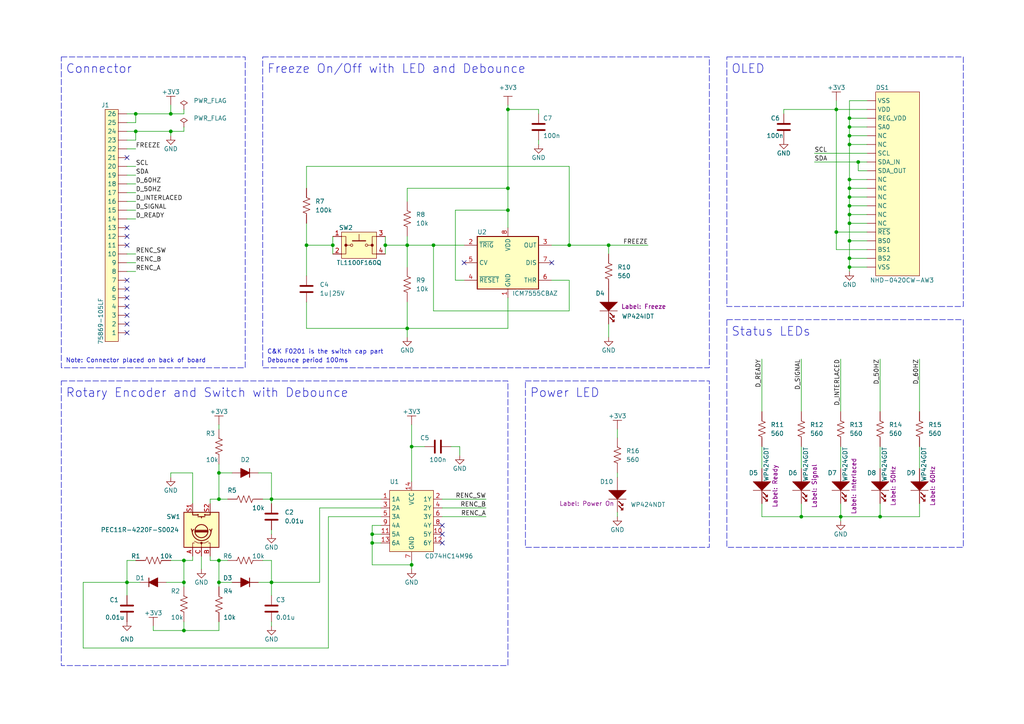
<source format=kicad_sch>
(kicad_sch (version 20230121) (generator eeschema)
  (paper "A4")
  (title_block (title "Time Base Corrector and Video Scaler - User Interface") (date "2024-01-25") (rev "1") (company "Wavelet Engineering Pty Ltd (ACN 159 717 665)") (comment 1 "https://github.com/philmcm/tbc-ui") (comment 3 "Enhancements © 2024 Phil McMillan") (comment 4 "Original TBC circuit design © 2001 Marcus Gunnarsson"))
  (lib_symbols
    (symbol "tbc:+3V3" (power) (pin_numbers hide) (pin_names (offset 1.016) hide)
      (property "Value" "+3V3" (at 0 3.81 0))
      (symbol "+3V3_0_1"
        (polyline (pts (xy -1.27 2.54) (xy 1.27 2.54)))
        (polyline (pts (xy 0 0) (xy 0 2.54)))
      )
      (symbol "+3V3_1_1"
        (pin power_in line (at 0 0 90) (length 0) hide (name "+3V3") (number "1"))
      )
    )
    (symbol "tbc:1N4148WS" (pin_numbers hide) (pin_names (offset 1.016) hide)
      (property "Reference" "D" (at -2.54 2.54 0))
      (symbol "1N4148WS_0_1"
        (polyline (pts (xy -1.27 1.27) (xy -1.27 -1.27)) (stroke (width 0.254)))
        (polyline (pts (xy 1.27 0) (xy -1.27 0)))
      )
      (symbol "1N4148WS_1_1"
        (polyline (pts (xy 1.27 1.27) (xy 1.27 -1.27) (xy -1.27 0) (xy 1.27 1.27)) (stroke (width 0.254)) (fill (type outline)))
        (pin passive line (at -3.81 0 0) (length 2.54) (name "K") (number "1"))
        (pin passive line (at 3.81 0 180) (length 2.54) (name "A") (number "2"))
      )
    )
    (symbol "tbc:75869-105LF" (pin_numbers hide)
      (property "Reference" "J" (at -2.54 30.48 0))
      (property "Value" "75869-105LF" (at -2.54 30.48 0))
      (symbol "75869-105LF_0_0"
        (pin passive line (at -2.54 30.48 0) (length 2.54) (name "1") (number "1"))
        (pin passive line (at -2.54 7.62 0) (length 2.54) (name "10") (number "10"))
        (pin passive line (at -2.54 5.08 0) (length 2.54) (name "11") (number "11"))
        (pin passive line (at -2.54 2.54 0) (length 2.54) (name "12") (number "12"))
        (pin passive line (at -2.54 0 0) (length 2.54) (name "13") (number "13"))
        (pin passive line (at -2.54 -2.54 0) (length 2.54) (name "14") (number "14"))
        (pin passive line (at -2.54 -5.08 0) (length 2.54) (name "15") (number "15"))
        (pin passive line (at -2.54 -7.62 0) (length 2.54) (name "16") (number "16"))
        (pin passive line (at -2.54 -10.16 0) (length 2.54) (name "17") (number "17"))
        (pin passive line (at -2.54 -12.7 0) (length 2.54) (name "18") (number "18"))
        (pin passive line (at -2.54 -15.24 0) (length 2.54) (name "19") (number "19"))
        (pin passive line (at -2.54 27.94 0) (length 2.54) (name "2") (number "2"))
        (pin passive line (at -2.54 -17.78 0) (length 2.54) (name "20") (number "20"))
        (pin passive line (at -2.54 -20.32 0) (length 2.54) (name "21") (number "21"))
        (pin passive line (at -2.54 -22.86 0) (length 2.54) (name "22") (number "22"))
        (pin passive line (at -2.54 -25.4 0) (length 2.54) (name "23") (number "23"))
        (pin passive line (at -2.54 -27.94 0) (length 2.54) (name "24") (number "24"))
        (pin passive line (at -2.54 -30.48 0) (length 2.54) (name "25") (number "25"))
        (pin passive line (at -2.54 -33.02 0) (length 2.54) (name "26") (number "26"))
        (pin passive line (at -2.54 25.4 0) (length 2.54) (name "3") (number "3"))
        (pin passive line (at -2.54 22.86 0) (length 2.54) (name "4") (number "4"))
        (pin passive line (at -2.54 20.32 0) (length 2.54) (name "5") (number "5"))
        (pin passive line (at -2.54 17.78 0) (length 2.54) (name "6") (number "6"))
        (pin passive line (at -2.54 15.24 0) (length 2.54) (name "7") (number "7"))
        (pin passive line (at -2.54 12.7 0) (length 2.54) (name "8") (number "8"))
        (pin passive line (at -2.54 10.16 0) (length 2.54) (name "9") (number "9"))
      )
      (symbol "75869-105LF_1_1"
        (rectangle (start 0 33.02) (end 3.81 -34.29) (fill (type background)))
      )
    )
    (symbol "tbc:CD74HC14M96"
      (property "Reference" "U" (at -6.35 8.89 0))
      (property "Value" "CD74HC14M96" (at 11.43 -11.43 0))
      (symbol "CD74HC14M96_0_0"
        (pin input line (at -8.89 5.08 0) (length 2.54) (name "1A") (number "1"))
        (pin output line (at 8.89 -5.08 180) (length 2.54) (name "5Y") (number "10"))
        (pin input line (at -8.89 -5.08 0) (length 2.54) (name "5A") (number "11"))
        (pin output line (at 8.89 -7.62 180) (length 2.54) (name "6Y") (number "12"))
        (pin input line (at -8.89 -7.62 0) (length 2.54) (name "6A") (number "13"))
        (pin power_in line (at 0 10.16 270) (length 2.54) (name "VCC") (number "14"))
        (pin output line (at 8.89 5.08 180) (length 2.54) (name "1Y") (number "2"))
        (pin input line (at -8.89 2.54 0) (length 2.54) (name "2A") (number "3"))
        (pin output line (at 8.89 2.54 180) (length 2.54) (name "2Y") (number "4"))
        (pin input line (at -8.89 0 0) (length 2.54) (name "3A") (number "5"))
        (pin output line (at 8.89 0 180) (length 2.54) (name "3Y") (number "6"))
        (pin power_in line (at 0 -12.7 90) (length 2.54) (name "GND") (number "7"))
        (pin output line (at 8.89 -2.54 180) (length 2.54) (name "4Y") (number "8"))
        (pin input line (at -8.89 -2.54 0) (length 2.54) (name "4A") (number "9"))
      )
      (symbol "CD74HC14M96_1_1"
        (rectangle (start -6.35 7.62) (end 6.35 -10.16) (fill (type background)))
      )
    )
    (symbol "tbc:GCJ188R71E105KA01D" (pin_numbers hide) (pin_names (offset 1.016))
      (property "Reference" "C" (at 0 3.81 0))
      (property "Value" "1u|25V" (at 0 -3.81 0))
      (symbol "GCJ188R71E105KA01D_0_1"
        (rectangle (start -0.889 1.778) (end -0.889 -1.778) (stroke (width 0.508)))
        (rectangle (start 0.889 1.778) (end 0.889 -1.778) (stroke (width 0.508)))
      )
      (symbol "GCJ188R71E105KA01D_1_1"
        (pin passive line (at -3.81 0 0) (length 2.794) (name "~") (number "1"))
        (pin passive line (at 3.81 0 180) (length 2.794) (name "~") (number "2"))
      )
    )
    (symbol "tbc:GCJ188R71H104KA12D" (pin_numbers hide) (pin_names (offset 1.016))
      (property "Reference" "C" (at 0 3.81 0))
      (property "Value" "100n" (at 0 -3.81 0))
      (symbol "GCJ188R71H104KA12D_0_1"
        (rectangle (start -0.889 1.778) (end -0.889 -1.778) (stroke (width 0.508)))
        (rectangle (start 0.889 1.778) (end 0.889 -1.778) (stroke (width 0.508)))
      )
      (symbol "GCJ188R71H104KA12D_1_1"
        (pin passive line (at -3.81 0 0) (length 2.794) (name "~") (number "1"))
        (pin passive line (at 3.81 0 180) (length 2.794) (name "~") (number "2"))
      )
    )
    (symbol "tbc:GCM188R71H103KA37J" (pin_numbers hide) (pin_names (offset 1.016))
      (property "Reference" "C" (at 0 3.81 0))
      (property "Value" "0.01u" (at 0 -3.81 0))
      (symbol "GCM188R71H103KA37J_0_1"
        (rectangle (start -0.889 1.778) (end -0.889 -1.778) (stroke (width 0.508)))
        (rectangle (start 0.889 1.778) (end 0.889 -1.778) (stroke (width 0.508)))
      )
      (symbol "GCM188R71H103KA37J_1_1"
        (pin passive line (at -3.81 0 0) (length 2.794) (name "~") (number "1"))
        (pin passive line (at 3.81 0 180) (length 2.794) (name "~") (number "2"))
      )
    )
    (symbol "tbc:GND" (power) (pin_numbers hide) (pin_names (offset 0) hide)
      (property "Value" "GND" (at 0 -3.81 0))
      (symbol "GND_0_1"
        (polyline (pts (xy 0 0) (xy 0 -1.27) (xy 1.27 -1.27) (xy 0 -2.54) (xy -1.27 -1.27) (xy 0 -1.27)))
      )
      (symbol "GND_1_1"
        (pin power_in line (at 0 0 270) (length 0) hide (name "GND") (number "1"))
      )
    )
    (symbol "tbc:ICM7555CBAZ"
      (property "Reference" "U" (at -10.16 8.89 0))
      (property "Value" "ICM7555CBAZ" (at 2.54 8.89 0))
      (symbol "ICM7555CBAZ_0_0"
        (pin power_in line (at 0 -10.16 90) (length 2.54) (name "GND") (number "1"))
        (pin power_in line (at 0 10.16 270) (length 2.54) (name "VDD") (number "8"))
      )
      (symbol "ICM7555CBAZ_0_1"
        (rectangle (start -8.89 -7.62) (end 8.89 7.62) (stroke (width 0.254)) (fill (type background)))
        (rectangle (start -8.89 -7.62) (end 8.89 7.62) (stroke (width 0.254)) (fill (type background)))
      )
      (symbol "ICM7555CBAZ_1_1"
        (pin input line (at -12.7 5.08 0) (length 3.81) (name "~{TRIG}") (number "2"))
        (pin output line (at 12.7 5.08 180) (length 3.81) (name "OUT") (number "3"))
        (pin input line (at -12.7 -5.08 0) (length 3.81) (name "~{RESET}") (number "4"))
        (pin input line (at -12.7 0 0) (length 3.81) (name "CV") (number "5"))
        (pin input line (at 12.7 -5.08 180) (length 3.81) (name "THR") (number "6"))
        (pin input line (at 12.7 0 180) (length 3.81) (name "DIS") (number "7"))
      )
    )
    (symbol "tbc:NHD-0420CW-AW3" (pin_numbers hide)
      (property "Reference" "DS" (at -5.08 27.94 0))
      (property "Value" "NHD-0420CW-AW3" (at 0 -27.94 0))
      (symbol "NHD-0420CW-AW3_1_1"
        (rectangle (start -6.35 26.67) (end 6.35 -26.67) (fill (type background)))
        (text private "Pins set up for I2C and parallel mode only.\nIn future, can create alternative pin definitions for SPI." (at 0 31.75 0) (effects (font (size 1.27 1.27))))
        (pin power_in line (at -8.89 24.13 0) (length 2.54) (name "VSS") (number "1"))
        (pin bidirectional line (at -8.89 1.27 0) (length 2.54) (name "DB3") (number "10") (alternate "NC" input line))
        (pin bidirectional line (at -8.89 -1.27 0) (length 2.54) (name "DB4") (number "11") (alternate "NC" input line))
        (pin bidirectional line (at -8.89 -3.81 0) (length 2.54) (name "DB5") (number "12") (alternate "NC" input line))
        (pin bidirectional line (at -8.89 -6.35 0) (length 2.54) (name "DB6") (number "13") (alternate "NC" input line))
        (pin bidirectional line (at -8.89 -8.89 0) (length 2.54) (name "DB7") (number "14") (alternate "NC" input line))
        (pin input line (at -8.89 -11.43 0) (length 2.54) (name "~{CS}") (number "15") (alternate "NC" input line))
        (pin input line (at -8.89 -13.97 0) (length 2.54) (name "~{RES}") (number "16"))
        (pin input line (at -8.89 -16.51 0) (length 2.54) (name "BS0") (number "17"))
        (pin input line (at -8.89 -19.05 0) (length 2.54) (name "BS1") (number "18"))
        (pin input line (at -8.89 -21.59 0) (length 2.54) (name "BS2") (number "19"))
        (pin power_in line (at -8.89 21.59 0) (length 2.54) (name "VDD") (number "2"))
        (pin power_in line (at -8.89 -24.13 0) (length 2.54) (name "VSS") (number "20"))
        (pin power_in line (at -8.89 19.05 0) (length 2.54) (name "REG_VDD") (number "3"))
        (pin input line (at -8.89 16.51 0) (length 2.54) (name "D_C") (number "4") (alternate "SA0" input line))
        (pin input line (at -8.89 13.97 0) (length 2.54) (name "R_W") (number "5") (alternate "NC" input line))
        (pin input line (at -8.89 11.43 0) (length 2.54) (name "E") (number "6") (alternate "NC" input line))
        (pin bidirectional line (at -8.89 8.89 0) (length 2.54) (name "DB0") (number "7") (alternate "SCL" input line))
        (pin bidirectional line (at -8.89 6.35 0) (length 2.54) (name "DB1") (number "8") (alternate "SDA_IN" input line))
        (pin bidirectional line (at -8.89 3.81 0) (length 2.54) (name "DB2") (number "9") (alternate "SDA_OUT" output line))
      )
    )
    (symbol "tbc:PEC11R-4220F-S0024" (pin_names hide)
      (property "Reference" "SW" (at -3.81 6.35 0))
      (property "Value" "PEC11R-4220F-S0024" (at 0 -7.62 0))
      (symbol "PEC11R-4220F-S0024_0_1"
        (rectangle (start -5.08 5.08) (end 5.08 -5.08) (stroke (width 0.254)) (fill (type background)))
        (circle (center -3.81 0) (radius 0.254) (fill (type outline)))
        (circle (center -0.381 0) (radius 1.905) (stroke (width 0.254)))
        (arc (start -0.381 2.667) (mid -3.0988 -0.0635) (end -0.381 -2.794) (stroke (width 0.254)))
        (polyline (pts (xy -0.635 -1.778) (xy -0.635 1.778)) (stroke (width 0.254)))
        (polyline (pts (xy -0.381 -1.778) (xy -0.381 1.778)) (stroke (width 0.254)))
        (polyline (pts (xy -0.127 1.778) (xy -0.127 -1.778)) (stroke (width 0.254)))
        (polyline (pts (xy 3.81 0) (xy 3.429 0)) (stroke (width 0.254)))
        (polyline (pts (xy 3.81 1.016) (xy 3.81 -1.016)) (stroke (width 0.254)))
        (polyline (pts (xy -5.08 -2.54) (xy -3.81 -2.54) (xy -3.81 -2.032)))
        (polyline (pts (xy -5.08 2.54) (xy -3.81 2.54) (xy -3.81 2.032)))
        (polyline (pts (xy 0.254 -3.048) (xy -0.508 -2.794) (xy 0.127 -2.413)) (stroke (width 0.254)))
        (polyline (pts (xy 0.254 2.921) (xy -0.508 2.667) (xy 0.127 2.286)) (stroke (width 0.254)))
        (polyline (pts (xy 5.08 -2.54) (xy 4.318 -2.54) (xy 4.318 -1.016)) (stroke (width 0.254)))
        (polyline (pts (xy 5.08 2.54) (xy 4.318 2.54) (xy 4.318 1.016)) (stroke (width 0.254)))
        (polyline (pts (xy -5.08 0) (xy -3.81 0) (xy -3.81 -1.016) (xy -3.302 -2.032)))
        (polyline (pts (xy -4.318 0) (xy -3.81 0) (xy -3.81 1.016) (xy -3.302 2.032)))
        (circle (center 4.318 -1.016) (radius 0.127) (stroke (width 0.254)))
        (circle (center 4.318 1.016) (radius 0.127) (stroke (width 0.254)))
      )
      (symbol "PEC11R-4220F-S0024_1_1"
        (pin passive line (at -7.62 2.54 0) (length 2.54) (name "A") (number "A"))
        (pin passive line (at -7.62 -2.54 0) (length 2.54) (name "B") (number "B"))
        (pin passive line (at -7.62 0 0) (length 2.54) (name "C") (number "C"))
        (pin passive line (at 7.62 2.54 180) (length 2.54) (name "S1") (number "S1"))
        (pin passive line (at 7.62 -2.54 180) (length 2.54) (name "S2") (number "S2"))
      )
    )
    (symbol "tbc:PWR_FLAG" (power) (pin_numbers hide) (pin_names (offset 0) hide)
      (property "Value" "PWR_FLAG" (at 0 3.81 0))
      (symbol "PWR_FLAG_0_0"
        (pin power_out line (at 0 0 90) (length 0) (name "pwr") (number "1"))
      )
      (symbol "PWR_FLAG_0_1"
        (polyline (pts (xy 0 0) (xy 0 1.27) (xy -1.016 1.905) (xy 0 2.54) (xy 1.016 1.905) (xy 0 1.27)))
      )
    )
    (symbol "tbc:RC0603FR-07100KL" (pin_numbers hide) (pin_names (offset 1.016))
      (property "Reference" "R" (at 0 -2.54 0))
      (property "Value" "100k" (at 0 2.54 0))
      (symbol "RC0603FR-07100KL_0_1"
        (polyline (pts (xy -2.2225 0) (xy -2.4765 0)))
        (polyline (pts (xy 2.3495 0) (xy 2.6035 0)))
        (polyline (pts (xy -2.2225 0) (xy -1.8415 1.016) (xy -1.4605 0) (xy -1.0795 -1.016) (xy -0.6985 0)))
        (polyline (pts (xy -0.6985 0) (xy -0.3175 1.016) (xy 0.0635 0) (xy 0.4445 -1.016) (xy 0.8255 0)))
        (polyline (pts (xy 0.8255 0) (xy 1.2065 1.016) (xy 1.5875 0) (xy 1.9685 -1.016) (xy 2.3495 0)))
      )
      (symbol "RC0603FR-07100KL_1_1"
        (pin passive line (at -5.08 0 0) (length 2.54) (name "~") (number "1"))
        (pin passive line (at 5.08 0 180) (length 2.54) (name "~") (number "2"))
      )
    )
    (symbol "tbc:RC0603FR-0710KL" (pin_numbers hide) (pin_names (offset 1.016))
      (property "Reference" "R" (at 0 -2.54 0))
      (property "Value" "10k" (at 0 2.54 0))
      (symbol "RC0603FR-0710KL_0_1"
        (polyline (pts (xy -2.2225 0) (xy -2.4765 0)))
        (polyline (pts (xy 2.3495 0) (xy 2.6035 0)))
        (polyline (pts (xy -2.2225 0) (xy -1.8415 1.016) (xy -1.4605 0) (xy -1.0795 -1.016) (xy -0.6985 0)))
        (polyline (pts (xy -0.6985 0) (xy -0.3175 1.016) (xy 0.0635 0) (xy 0.4445 -1.016) (xy 0.8255 0)))
        (polyline (pts (xy 0.8255 0) (xy 1.2065 1.016) (xy 1.5875 0) (xy 1.9685 -1.016) (xy 2.3495 0)))
      )
      (symbol "RC0603FR-0710KL_1_1"
        (pin passive line (at -5.08 0 0) (length 2.54) (name "~") (number "1"))
        (pin passive line (at 5.08 0 180) (length 2.54) (name "~") (number "2"))
      )
    )
    (symbol "tbc:RC0603FR-07560RL" (pin_numbers hide) (pin_names (offset 1.016))
      (property "Reference" "R" (at 0 -2.54 0))
      (property "Value" "560" (at 0 2.54 0))
      (symbol "RC0603FR-07560RL_0_1"
        (polyline (pts (xy -2.2225 0) (xy -2.4765 0)))
        (polyline (pts (xy 2.3495 0) (xy 2.6035 0)))
        (polyline (pts (xy -2.2225 0) (xy -1.8415 1.016) (xy -1.4605 0) (xy -1.0795 -1.016) (xy -0.6985 0)))
        (polyline (pts (xy -0.6985 0) (xy -0.3175 1.016) (xy 0.0635 0) (xy 0.4445 -1.016) (xy 0.8255 0)))
        (polyline (pts (xy 0.8255 0) (xy 1.2065 1.016) (xy 1.5875 0) (xy 1.9685 -1.016) (xy 2.3495 0)))
      )
      (symbol "RC0603FR-07560RL_1_1"
        (pin passive line (at -5.08 0 0) (length 2.54) (name "~") (number "1"))
        (pin passive line (at 5.08 0 180) (length 2.54) (name "~") (number "2"))
      )
    )
    (symbol "tbc:TL1100F160Q" (pin_names (offset 1.016) hide)
      (property "Reference" "SW" (at 0 -5.08 0))
      (property "Value" "TL1100F160Q" (at 0 -10.16 0))
      (symbol "TL1100F160Q_0_1"
        (rectangle (start -5.08 3.81) (end 5.08 -3.81) (fill (type background)))
        (circle (center -3.81 0) (radius 0.3556) (fill (type outline)))
        (circle (center -2.159 0) (radius 0.3556))
        (polyline (pts (xy -3.81 0) (xy -2.54 0)))
        (polyline (pts (xy -1.905 1.27) (xy 1.905 1.27)) (stroke (width 0.3048)))
        (polyline (pts (xy 0 1.27) (xy 0 3.175)))
        (polyline (pts (xy 2.54 0) (xy 3.81 0)))
        (polyline (pts (xy -5.08 2.54) (xy -3.81 2.54) (xy -3.81 -2.54) (xy -5.08 -2.54)))
        (polyline (pts (xy 5.08 2.54) (xy 3.81 2.54) (xy 3.81 -2.54) (xy 5.08 -2.54)))
        (circle (center 2.159 0) (radius 0.3556))
        (circle (center 3.81 0) (radius 0.3556) (fill (type outline)))
      )
      (symbol "TL1100F160Q_1_1"
        (pin passive line (at -7.62 2.54 0) (length 2.54) (name "1") (number "1"))
        (pin passive line (at -7.62 -2.54 0) (length 2.54) (name "2") (number "2"))
        (pin passive line (at 7.62 2.54 180) (length 2.54) (name "3") (number "3"))
        (pin passive line (at 7.62 -2.54 180) (length 2.54) (name "4") (number "4"))
      )
    )
    (symbol "tbc:WP424GDT" (pin_numbers hide) (pin_names (offset 1.016) hide)
      (property "Reference" "D" (at 0 -3.81 0))
      (property "Value" "WP424GDT" (at 0 3.81 0))
      (symbol "WP424GDT_0_1"
        (polyline (pts (xy 0 2.54) (xy 0 -2.54)))
        (polyline (pts (xy 1.651 1.397) (xy 0.635 0.381)) (stroke (width 0.3048)))
        (polyline (pts (xy 2.921 1.397) (xy 1.905 0.381)) (stroke (width 0.3048)))
        (polyline (pts (xy -2.54 2.54) (xy 0 0) (xy -2.54 -2.54) (xy -2.54 2.54)) (fill (type outline)))
        (polyline (pts (xy 1.27 1.651) (xy 1.905 1.651) (xy 1.905 1.016) (xy 1.27 1.651)) (fill (type outline)))
        (polyline (pts (xy 2.54 1.651) (xy 3.175 1.651) (xy 3.175 1.016) (xy 2.54 1.651)) (fill (type outline)))
      )
      (symbol "WP424GDT_1_1"
        (pin passive line (at 3.81 0 180) (length 3.81) (name "Cathode") (number "1"))
        (pin passive line (at -6.35 0 0) (length 3.81) (name "Anode") (number "2"))
      )
    )
    (symbol "tbc:WP424IDT" (pin_numbers hide) (pin_names (offset 1.016) hide)
      (property "Reference" "D" (at 0 -3.81 0))
      (property "Value" "WP424IDT" (at 0 3.81 0))
      (symbol "WP424IDT_0_1"
        (polyline (pts (xy 0 2.54) (xy 0 -2.54)))
        (polyline (pts (xy 1.651 1.397) (xy 0.635 0.381)) (stroke (width 0.3048)))
        (polyline (pts (xy 2.921 1.397) (xy 1.905 0.381)) (stroke (width 0.3048)))
        (polyline (pts (xy -2.54 2.54) (xy 0 0) (xy -2.54 -2.54) (xy -2.54 2.54)) (fill (type outline)))
        (polyline (pts (xy 1.27 1.651) (xy 1.905 1.651) (xy 1.905 1.016) (xy 1.27 1.651)) (fill (type outline)))
        (polyline (pts (xy 2.54 1.651) (xy 3.175 1.651) (xy 3.175 1.016) (xy 2.54 1.651)) (fill (type outline)))
      )
      (symbol "WP424IDT_1_1"
        (pin passive line (at 3.81 0 180) (length 3.81) (name "Cathode") (number "1"))
        (pin passive line (at -6.35 0 0) (length 3.81) (name "Anode") (number "2"))
      )
    )
    (symbol "tbc:WP424NDT" (pin_numbers hide) (pin_names (offset 1.016) hide)
      (property "Reference" "D" (at 0 -3.81 0))
      (property "Value" "WP424NDT" (at 0 3.81 0))
      (symbol "WP424NDT_0_1"
        (polyline (pts (xy 0 2.54) (xy 0 -2.54)))
        (polyline (pts (xy 1.651 1.397) (xy 0.635 0.381)) (stroke (width 0.3048)))
        (polyline (pts (xy 2.921 1.397) (xy 1.905 0.381)) (stroke (width 0.3048)))
        (polyline (pts (xy -2.54 2.54) (xy 0 0) (xy -2.54 -2.54) (xy -2.54 2.54)) (fill (type outline)))
        (polyline (pts (xy 1.27 1.651) (xy 1.905 1.651) (xy 1.905 1.016) (xy 1.27 1.651)) (fill (type outline)))
        (polyline (pts (xy 2.54 1.651) (xy 3.175 1.651) (xy 3.175 1.016) (xy 2.54 1.651)) (fill (type outline)))
      )
      (symbol "WP424NDT_1_1"
        (pin passive line (at 3.81 0 180) (length 3.81) (name "Cathode") (number "1"))
        (pin passive line (at -6.35 0 0) (length 3.81) (name "Anode") (number "2"))
      )
    )
  )
  (junction (at 246.38 57.15))
  (junction (at 246.38 74.93))
  (junction (at 111.76 71.12))
  (junction (at 243.84 149.86))
  (junction (at 78.74 168.91))
  (junction (at 63.5 168.91))
  (junction (at 118.11 71.12))
  (junction (at 147.32 54.61))
  (junction (at 107.95 154.94))
  (junction (at 176.53 71.12))
  (junction (at 246.38 41.91))
  (junction (at 88.9 71.12))
  (junction (at 119.38 129.54))
  (junction (at 242.57 67.31))
  (junction (at 246.38 52.07))
  (junction (at 39.37 38.1))
  (junction (at 147.32 31.75))
  (junction (at 63.5 137.16))
  (junction (at 53.34 182.88))
  (junction (at 53.34 162.56))
  (junction (at 63.5 162.56))
  (junction (at 49.53 33.02))
  (junction (at 242.57 31.75))
  (junction (at 255.27 149.86))
  (junction (at 248.92 46.99))
  (junction (at 96.52 71.12))
  (junction (at 118.11 95.25))
  (junction (at 49.53 38.1))
  (junction (at 36.83 168.91))
  (junction (at 119.38 163.83))
  (junction (at 246.38 36.83))
  (junction (at 246.38 69.85))
  (junction (at 246.38 34.29))
  (junction (at 246.38 59.69))
  (junction (at 125.73 71.12))
  (junction (at 107.95 157.48))
  (junction (at 53.34 168.91))
  (junction (at 165.1 71.12))
  (junction (at 246.38 77.47))
  (junction (at 246.38 39.37))
  (junction (at 232.41 149.86))
  (junction (at 246.38 54.61))
  (junction (at 63.5 144.78))
  (junction (at 246.38 64.77))
  (junction (at 39.37 33.02))
  (junction (at 246.38 62.23))
  (junction (at 78.74 144.78))
  (junction (at 147.32 60.96))
  (no_connect (at 128.27 154.94))
  (no_connect (at 36.83 86.36))
  (no_connect (at 36.83 96.52))
  (no_connect (at 36.83 68.58))
  (no_connect (at 36.83 91.44))
  (no_connect (at 36.83 88.9))
  (no_connect (at 134.62 76.2))
  (no_connect (at 128.27 152.4))
  (no_connect (at 36.83 71.12))
  (no_connect (at 36.83 83.82))
  (no_connect (at 36.83 66.04))
  (no_connect (at 36.83 93.98))
  (no_connect (at 160.02 76.2))
  (no_connect (at 36.83 81.28))
  (no_connect (at 128.27 157.48))
  (no_connect (at 36.83 45.72))
  (wire (pts (xy 128.27 147.32) (xy 140.97 147.32)))
  (wire (pts (xy 246.38 54.61) (xy 251.46 54.61)))
  (wire (pts (xy 39.37 38.1) (xy 39.37 40.64)))
  (wire (pts (xy 63.5 144.78) (xy 66.04 144.78)))
  (wire (pts (xy 242.57 31.75) (xy 242.57 67.31)))
  (wire (pts (xy 118.11 71.12) (xy 125.73 71.12)))
  (wire (pts (xy 49.53 162.56) (xy 53.34 162.56)))
  (wire (pts (xy 44.45 181.61) (xy 44.45 182.88)))
  (wire (pts (xy 236.22 46.99) (xy 248.92 46.99)))
  (wire (pts (xy 53.34 36.83) (xy 53.34 38.1)))
  (wire (pts (xy 243.84 129.54) (xy 243.84 135.89)))
  (wire (pts (xy 246.38 69.85) (xy 251.46 69.85)))
  (wire (pts (xy 246.38 59.69) (xy 251.46 59.69)))
  (wire (pts (xy 49.53 33.02) (xy 49.53 30.48)))
  (wire (pts (xy 246.38 62.23) (xy 251.46 62.23)))
  (wire (pts (xy 266.7 146.05) (xy 266.7 149.86)))
  (wire (pts (xy 110.49 152.4) (xy 107.95 152.4)))
  (wire (pts (xy 232.41 149.86) (xy 243.84 149.86)))
  (wire (pts (xy 39.37 38.1) (xy 49.53 38.1)))
  (wire (pts (xy 246.38 77.47) (xy 251.46 77.47)))
  (wire (pts (xy 176.53 71.12) (xy 187.96 71.12)))
  (wire (pts (xy 246.38 78.74) (xy 246.38 77.47)))
  (wire (pts (xy 255.27 104.14) (xy 255.27 119.38)))
  (wire (pts (xy 53.34 162.56) (xy 53.34 168.91)))
  (wire (pts (xy 128.27 149.86) (xy 140.97 149.86)))
  (wire (pts (xy 49.53 38.1) (xy 53.34 38.1)))
  (wire (pts (xy 53.34 168.91) (xy 53.34 170.18)))
  (wire (pts (xy 243.84 149.86) (xy 255.27 149.86)))
  (wire (pts (xy 251.46 49.53) (xy 248.92 49.53)))
  (wire (pts (xy 107.95 157.48) (xy 110.49 157.48)))
  (wire (pts (xy 156.21 40.64) (xy 156.21 41.91)))
  (wire (pts (xy 147.32 30.48) (xy 147.32 31.75)))
  (wire (pts (xy 36.83 78.74) (xy 39.37 78.74)))
  (wire (pts (xy 55.88 162.56) (xy 55.88 161.29)))
  (wire (pts (xy 220.98 129.54) (xy 220.98 135.89)))
  (wire (pts (xy 156.21 33.02) (xy 156.21 31.75)))
  (wire (pts (xy 78.74 168.91) (xy 78.74 162.56)))
  (wire (pts (xy 60.96 162.56) (xy 60.96 161.29)))
  (wire (pts (xy 36.83 73.66) (xy 39.37 73.66)))
  (wire (pts (xy 39.37 33.02) (xy 49.53 33.02)))
  (wire (pts (xy 248.92 49.53) (xy 248.92 46.99)))
  (wire (pts (xy 147.32 31.75) (xy 147.32 54.61)))
  (wire (pts (xy 246.38 62.23) (xy 246.38 59.69)))
  (wire (pts (xy 78.74 168.91) (xy 78.74 172.72)))
  (wire (pts (xy 232.41 104.14) (xy 232.41 119.38)))
  (wire (pts (xy 232.41 129.54) (xy 232.41 135.89)))
  (wire (pts (xy 246.38 34.29) (xy 246.38 29.21)))
  (wire (pts (xy 118.11 95.25) (xy 118.11 97.79)))
  (wire (pts (xy 118.11 68.58) (xy 118.11 71.12)))
  (wire (pts (xy 58.42 161.29) (xy 58.42 165.1)))
  (wire (pts (xy 165.1 71.12) (xy 176.53 71.12)))
  (wire (pts (xy 165.1 90.17) (xy 125.73 90.17)))
  (wire (pts (xy 266.7 104.14) (xy 266.7 119.38)))
  (wire (pts (xy 39.37 35.56) (xy 39.37 33.02)))
  (wire (pts (xy 246.38 52.07) (xy 251.46 52.07)))
  (wire (pts (xy 111.76 71.12) (xy 111.76 73.66)))
  (wire (pts (xy 24.13 168.91) (xy 24.13 187.96)))
  (wire (pts (xy 147.32 86.36) (xy 147.32 95.25)))
  (wire (pts (xy 266.7 129.54) (xy 266.7 135.89)))
  (wire (pts (xy 88.9 87.63) (xy 88.9 95.25)))
  (wire (pts (xy 95.25 149.86) (xy 110.49 149.86)))
  (wire (pts (xy 78.74 144.78) (xy 78.74 146.05)))
  (wire (pts (xy 74.93 137.16) (xy 78.74 137.16)))
  (wire (pts (xy 165.1 48.26) (xy 88.9 48.26)))
  (wire (pts (xy 63.5 134.62) (xy 63.5 137.16)))
  (wire (pts (xy 76.2 144.78) (xy 78.74 144.78)))
  (wire (pts (xy 243.84 146.05) (xy 243.84 149.86)))
  (wire (pts (xy 255.27 149.86) (xy 266.7 149.86)))
  (wire (pts (xy 246.38 39.37) (xy 246.38 36.83)))
  (wire (pts (xy 179.07 137.16) (xy 179.07 138.43)))
  (wire (pts (xy 92.71 147.32) (xy 110.49 147.32)))
  (wire (pts (xy 160.02 81.28) (xy 165.1 81.28)))
  (wire (pts (xy 133.35 129.54) (xy 133.35 132.08)))
  (wire (pts (xy 246.38 36.83) (xy 246.38 34.29)))
  (wire (pts (xy 119.38 129.54) (xy 123.19 129.54)))
  (wire (pts (xy 63.5 162.56) (xy 63.5 168.91)))
  (wire (pts (xy 36.83 53.34) (xy 39.37 53.34)))
  (wire (pts (xy 255.27 129.54) (xy 255.27 135.89)))
  (wire (pts (xy 179.07 148.59) (xy 179.07 149.86)))
  (wire (pts (xy 246.38 34.29) (xy 251.46 34.29)))
  (wire (pts (xy 128.27 144.78) (xy 140.97 144.78)))
  (wire (pts (xy 118.11 54.61) (xy 147.32 54.61)))
  (wire (pts (xy 147.32 54.61) (xy 147.32 60.96)))
  (wire (pts (xy 246.38 57.15) (xy 246.38 54.61)))
  (wire (pts (xy 246.38 59.69) (xy 246.38 57.15)))
  (wire (pts (xy 147.32 31.75) (xy 156.21 31.75)))
  (wire (pts (xy 246.38 69.85) (xy 246.38 64.77)))
  (wire (pts (xy 39.37 162.56) (xy 36.83 162.56)))
  (wire (pts (xy 107.95 152.4) (xy 107.95 154.94)))
  (wire (pts (xy 147.32 60.96) (xy 147.32 66.04)))
  (wire (pts (xy 76.2 162.56) (xy 78.74 162.56)))
  (wire (pts (xy 246.38 41.91) (xy 246.38 39.37)))
  (wire (pts (xy 36.83 168.91) (xy 36.83 162.56)))
  (wire (pts (xy 220.98 149.86) (xy 232.41 149.86)))
  (wire (pts (xy 96.52 71.12) (xy 88.9 71.12)))
  (wire (pts (xy 40.64 168.91) (xy 36.83 168.91)))
  (wire (pts (xy 88.9 48.26) (xy 88.9 54.61)))
  (wire (pts (xy 118.11 71.12) (xy 118.11 77.47)))
  (wire (pts (xy 53.34 162.56) (xy 55.88 162.56)))
  (wire (pts (xy 78.74 144.78) (xy 110.49 144.78)))
  (wire (pts (xy 132.08 60.96) (xy 132.08 81.28)))
  (wire (pts (xy 36.83 33.02) (xy 39.37 33.02)))
  (wire (pts (xy 24.13 187.96) (xy 95.25 187.96)))
  (wire (pts (xy 63.5 137.16) (xy 67.31 137.16)))
  (wire (pts (xy 63.5 144.78) (xy 60.96 144.78)))
  (wire (pts (xy 220.98 146.05) (xy 220.98 149.86)))
  (wire (pts (xy 246.38 41.91) (xy 246.38 52.07)))
  (wire (pts (xy 36.83 58.42) (xy 39.37 58.42)))
  (wire (pts (xy 232.41 146.05) (xy 232.41 149.86)))
  (wire (pts (xy 60.96 144.78) (xy 60.96 146.05)))
  (wire (pts (xy 107.95 163.83) (xy 119.38 163.83)))
  (wire (pts (xy 74.93 168.91) (xy 78.74 168.91)))
  (wire (pts (xy 227.33 31.75) (xy 227.33 33.02)))
  (wire (pts (xy 107.95 157.48) (xy 107.95 163.83)))
  (wire (pts (xy 107.95 154.94) (xy 107.95 157.48)))
  (wire (pts (xy 95.25 149.86) (xy 95.25 187.96)))
  (wire (pts (xy 88.9 64.77) (xy 88.9 71.12)))
  (wire (pts (xy 111.76 71.12) (xy 118.11 71.12)))
  (wire (pts (xy 242.57 29.21) (xy 242.57 31.75)))
  (wire (pts (xy 63.5 180.34) (xy 63.5 182.88)))
  (wire (pts (xy 88.9 71.12) (xy 88.9 80.01)))
  (wire (pts (xy 125.73 71.12) (xy 134.62 71.12)))
  (wire (pts (xy 49.53 137.16) (xy 49.53 138.43)))
  (wire (pts (xy 63.5 162.56) (xy 66.04 162.56)))
  (wire (pts (xy 246.38 77.47) (xy 246.38 74.93)))
  (wire (pts (xy 246.38 36.83) (xy 251.46 36.83)))
  (wire (pts (xy 220.98 104.14) (xy 220.98 119.38)))
  (wire (pts (xy 39.37 50.8) (xy 36.83 50.8)))
  (wire (pts (xy 246.38 74.93) (xy 251.46 74.93)))
  (wire (pts (xy 118.11 95.25) (xy 147.32 95.25)))
  (wire (pts (xy 36.83 55.88) (xy 39.37 55.88)))
  (wire (pts (xy 246.38 64.77) (xy 251.46 64.77)))
  (wire (pts (xy 246.38 29.21) (xy 251.46 29.21)))
  (wire (pts (xy 246.38 54.61) (xy 246.38 52.07)))
  (wire (pts (xy 242.57 31.75) (xy 251.46 31.75)))
  (wire (pts (xy 78.74 168.91) (xy 92.71 168.91)))
  (wire (pts (xy 63.5 168.91) (xy 67.31 168.91)))
  (wire (pts (xy 49.53 38.1) (xy 49.53 39.37)))
  (wire (pts (xy 36.83 76.2) (xy 39.37 76.2)))
  (wire (pts (xy 132.08 60.96) (xy 147.32 60.96)))
  (wire (pts (xy 36.83 40.64) (xy 39.37 40.64)))
  (wire (pts (xy 251.46 46.99) (xy 248.92 46.99)))
  (wire (pts (xy 130.81 129.54) (xy 133.35 129.54)))
  (wire (pts (xy 39.37 43.18) (xy 36.83 43.18)))
  (wire (pts (xy 111.76 68.58) (xy 111.76 71.12)))
  (wire (pts (xy 78.74 180.34) (xy 78.74 181.61)))
  (wire (pts (xy 227.33 31.75) (xy 242.57 31.75)))
  (wire (pts (xy 179.07 124.46) (xy 179.07 127)))
  (wire (pts (xy 36.83 60.96) (xy 39.37 60.96)))
  (wire (pts (xy 36.83 38.1) (xy 39.37 38.1)))
  (wire (pts (xy 243.84 104.14) (xy 243.84 119.38)))
  (wire (pts (xy 96.52 68.58) (xy 96.52 71.12)))
  (wire (pts (xy 44.45 182.88) (xy 53.34 182.88)))
  (wire (pts (xy 53.34 180.34) (xy 53.34 182.88)))
  (wire (pts (xy 63.5 168.91) (xy 63.5 170.18)))
  (wire (pts (xy 176.53 71.12) (xy 176.53 73.66)))
  (wire (pts (xy 119.38 165.1) (xy 119.38 163.83)))
  (wire (pts (xy 165.1 48.26) (xy 165.1 71.12)))
  (wire (pts (xy 119.38 129.54) (xy 119.38 139.7)))
  (wire (pts (xy 132.08 81.28) (xy 134.62 81.28)))
  (wire (pts (xy 243.84 149.86) (xy 243.84 151.13)))
  (wire (pts (xy 96.52 71.12) (xy 96.52 73.66)))
  (wire (pts (xy 92.71 147.32) (xy 92.71 168.91)))
  (wire (pts (xy 125.73 71.12) (xy 125.73 90.17)))
  (wire (pts (xy 36.83 168.91) (xy 24.13 168.91)))
  (wire (pts (xy 107.95 154.94) (xy 110.49 154.94)))
  (wire (pts (xy 246.38 64.77) (xy 246.38 62.23)))
  (wire (pts (xy 160.02 71.12) (xy 165.1 71.12)))
  (wire (pts (xy 53.34 182.88) (xy 63.5 182.88)))
  (wire (pts (xy 36.83 63.5) (xy 39.37 63.5)))
  (wire (pts (xy 242.57 72.39) (xy 242.57 67.31)))
  (wire (pts (xy 246.38 39.37) (xy 251.46 39.37)))
  (wire (pts (xy 63.5 123.19) (xy 63.5 124.46)))
  (wire (pts (xy 63.5 137.16) (xy 63.5 144.78)))
  (wire (pts (xy 118.11 54.61) (xy 118.11 58.42)))
  (wire (pts (xy 246.38 69.85) (xy 246.38 74.93)))
  (wire (pts (xy 78.74 144.78) (xy 78.74 137.16)))
  (wire (pts (xy 118.11 95.25) (xy 88.9 95.25)))
  (wire (pts (xy 246.38 41.91) (xy 251.46 41.91)))
  (wire (pts (xy 165.1 81.28) (xy 165.1 90.17)))
  (wire (pts (xy 236.22 44.45) (xy 251.46 44.45)))
  (wire (pts (xy 78.74 153.67) (xy 78.74 154.94)))
  (wire (pts (xy 60.96 162.56) (xy 63.5 162.56)))
  (wire (pts (xy 118.11 87.63) (xy 118.11 95.25)))
  (wire (pts (xy 53.34 33.02) (xy 49.53 33.02)))
  (wire (pts (xy 251.46 72.39) (xy 242.57 72.39)))
  (wire (pts (xy 36.83 35.56) (xy 39.37 35.56)))
  (wire (pts (xy 39.37 48.26) (xy 36.83 48.26)))
  (wire (pts (xy 119.38 123.19) (xy 119.38 129.54)))
  (wire (pts (xy 176.53 93.98) (xy 176.53 97.79)))
  (wire (pts (xy 36.83 168.91) (xy 36.83 172.72)))
  (wire (pts (xy 119.38 163.83) (xy 119.38 162.56)))
  (wire (pts (xy 53.34 31.75) (xy 53.34 33.02)))
  (wire (pts (xy 255.27 146.05) (xy 255.27 149.86)))
  (wire (pts (xy 48.26 168.91) (xy 53.34 168.91)))
  (wire (pts (xy 246.38 57.15) (xy 251.46 57.15)))
  (wire (pts (xy 55.88 137.16) (xy 49.53 137.16)))
  (wire (pts (xy 242.57 67.31) (xy 251.46 67.31)))
  (wire (pts (xy 55.88 146.05) (xy 55.88 137.16)))
  (rectangle (start 17.78 16.51) (end 71.12 106.68) (stroke (width 0) (type dash)))
  (rectangle (start 210.82 92.71) (end 279.4 158.75) (stroke (width 0) (type dash)))
  (rectangle (start 76.2 16.51) (end 205.74 106.68) (stroke (width 0) (type dash)))
  (rectangle (start 210.82 16.51) (end 279.4 88.9) (stroke (width 0) (type dash)))
  (rectangle (start 152.4 110.49) (end 205.74 158.75) (stroke (width 0) (type dash)))
  (rectangle (start 17.78 110.49) (end 147.32 193.04) (stroke (width 0) (type dash)))
  (text "Connector" (at 19.05 21.59 0) (effects (font (size 2.54 2.54)) (justify left bottom)))
  (text "OLED" (at 212.09 21.59 0) (effects (font (size 2.54 2.54)) (justify left bottom)))
  (text "Debounce period 100ms" (at 77.47 105.41 0) (effects (font (size 1.27 1.27)) (justify left bottom)))
  (text "Freeze On/Off with LED and Debounce" (at 77.47 21.59 0) (effects (font (size 2.54 2.54)) (justify left bottom)))
  (text "Power LED" (at 153.67 115.57 0) (effects (font (size 2.54 2.54)) (justify left bottom)))
  (text "Status LEDs" (at 212.09 97.79 0) (effects (font (size 2.54 2.54)) (justify left bottom)))
  (text "Rotary Encoder and Switch with Debounce" (at 19.05 115.57 0) (effects (font (size 2.54 2.54)) (justify left bottom)))
  (text "C&K F0201 is the switch cap part" (at 77.47 102.87 0) (effects (font (size 1.27 1.27)) (justify left bottom)))
  (text "Note: Connector placed on back of board" (at 19.05 105.41 0) (effects (font (size 1.27 1.27)) (justify left bottom)))
  (label "SCL" (at 236.22 44.45 0))
  (label "FREEZE" (at 39.37 43.18 0))
  (label "SDA" (at 236.22 46.99 0))
  (label "RENC_A" (at 39.37 78.74 0))
  (label "D_SIGNAL" (at 39.37 60.96 0))
  (label "RENC_SW" (at 140.97 144.78 180))
  (label "SDA" (at 39.37 50.8 0))
  (label "RENC_A" (at 140.97 149.86 180))
  (label "FREEZE" (at 187.96 71.12 180))
  (label "D_INTERLACED" (at 39.37 58.42 0))
  (label "SCL" (at 39.37 48.26 0))
  (label "D_50HZ" (at 255.27 104.14 270))
  (label "D_60HZ" (at 266.7 104.14 270))
  (label "RENC_B" (at 39.37 76.2 0))
  (label "D_INTERLACED" (at 243.84 104.14 270))
  (label "D_SIGNAL" (at 232.41 104.14 270))
  (label "D_50HZ" (at 39.37 55.88 0))
  (label "RENC_B" (at 140.97 147.32 180))
  (label "RENC_SW" (at 39.37 73.66 0))
  (label "D_READY" (at 39.37 63.5 0))
  (label "D_60HZ" (at 39.37 53.34 0))
  (label "D_READY" (at 220.98 104.14 270))
  (symbol (lib_id "tbc:+3V3") (at 119.38 123.19 0) (unit 1)
    (property "Reference" "#PWR018" (effects hide))
    (property "Value" "+3V3" (at 119.38 119.38 0))
  )
  (symbol (lib_id "tbc:RC0603FR-0710KL") (at 53.34 175.26 90) (unit 1)
    (property "Reference" "R2" (at 49.53 171.45 90) (effects (justify right)))
    (property "Value" "10k" (at 49.53 179.07 90) (effects (justify right)))
    (property "Datasheet" "https://www.mouser.com/datasheet/2/447/YAGEO_PYu_RC_Group_51_RoHS_L_12-3313492.pdf" (effects hide))
    (property "Mouser" "603-RC0603FR-0710KL" (effects hide))
  )
  (symbol (lib_id "tbc:GND") (at 156.21 41.91 0) (unit 1)
    (property "Reference" "#PWR09" (effects hide))
    (property "Value" "GND" (at 156.21 45.72 0))
  )
  (symbol (lib_id "tbc:GND") (at 49.53 138.43 0) (unit 1)
    (property "Reference" "#PWR013" (effects hide))
    (property "Value" "GND" (at 49.53 142.24 0))
  )
  (symbol (lib_id "tbc:RC0603FR-07560RL") (at 176.53 78.74 90) (unit 1)
    (property "Reference" "R10" (at 179.07 77.47 90) (effects (justify right)))
    (property "Value" "560" (at 179.07 80.01 90) (effects (justify right)))
    (property "Datasheet" "https://www.mouser.com/datasheet/2/447/YAGEO_PYu_RC_Group_51_RoHS_L_12-3313492.pdf" (effects hide))
    (property "Mouser" "603-RC0603FR-07560RL" (effects hide))
  )
  (symbol (lib_id "tbc:GND") (at 58.42 165.1 0) (unit 1)
    (property "Reference" "#PWR014" (effects hide))
    (property "Value" "GND" (at 58.42 168.91 0))
  )
  (symbol (lib_id "tbc:PEC11R-4220F-S0024") (at 58.42 153.67 90) (unit 1)
    (property "Reference" "SW1" (at 48.26 149.86 90) (effects (justify right)))
    (property "Value" "PEC11R-4220F-S0024" (at 29.21 153.67 90) (effects (justify right)))
    (property "Datasheet" "https://au.mouser.com/datasheet/2/54/PEC11R-777457.pdf" (effects hide))
    (property "Mouser" " 652-PEC11R-4220F-S24" (effects hide))
  )
  (symbol (lib_id "tbc:RC0603FR-07560RL") (at 232.41 124.46 90) (unit 1)
    (property "Reference" "R12" (at 234.95 123.19 90) (effects (justify right)))
    (property "Value" "560" (at 234.95 125.73 90) (effects (justify right)))
    (property "Datasheet" "https://www.mouser.com/datasheet/2/447/YAGEO_PYu_RC_Group_51_RoHS_L_12-3313492.pdf" (effects hide))
    (property "Mouser" "603-RC0603FR-07560RL" (effects hide))
  )
  (symbol (lib_id "tbc:RC0603FR-07560RL") (at 220.98 124.46 90) (unit 1)
    (property "Reference" "R11" (at 223.52 123.19 90) (effects (justify right)))
    (property "Value" "560" (at 223.52 125.73 90) (effects (justify right)))
    (property "Datasheet" "https://www.mouser.com/datasheet/2/447/YAGEO_PYu_RC_Group_51_RoHS_L_12-3313492.pdf" (effects hide))
    (property "Mouser" "603-RC0603FR-07560RL" (effects hide))
  )
  (symbol (lib_id "tbc:GND") (at 49.53 39.37 0) (mirror y) (unit 1)
    (property "Reference" "#PWR02" (effects hide))
    (property "Value" "GND" (at 49.53 43.18 0))
  )
  (symbol (lib_id "tbc:WP424IDT") (at 176.53 90.17 270) (unit 1)
    (property "Reference" "D4" (at 172.72 85.09 90) (effects (justify left)))
    (property "Value" "WP424IDT" (at 180.34 91.7575 90) (effects (justify left)))
    (property "Datasheet" "https://au.mouser.com/datasheet/2/216/WP424IDT-48350.pdf" (effects hide))
    (property "Mouser" " 604-WP424IDT" (effects hide))
    (property "Label" "Freeze" (at 186.69 88.9 90) (show_name))
  )
  (symbol (lib_id "tbc:+3V3") (at 242.57 29.21 0) (unit 1)
    (property "Reference" "#PWR06" (effects hide))
    (property "Value" "+3V3" (at 242.57 25.4 0))
  )
  (symbol (lib_id "tbc:GND") (at 243.84 151.13 0) (unit 1)
    (property "Reference" "#PWR08" (effects hide))
    (property "Value" "GND" (at 243.84 154.94 0))
  )
  (symbol (lib_id "tbc:GND") (at 179.07 149.86 0) (unit 1)
    (property "Reference" "#PWR03" (effects hide))
    (property "Value" "GND" (at 179.07 153.67 0))
  )
  (symbol (lib_id "tbc:+3V3") (at 49.53 30.48 0) (mirror y) (unit 1)
    (property "Reference" "#PWR01" (effects hide))
    (property "Value" "+3V3" (at 49.53 26.67 0))
  )
  (symbol (lib_id "tbc:WP424GDT") (at 232.41 142.24 270) (unit 1)
    (property "Reference" "D6" (at 228.6 137.16 90) (effects (justify left)))
    (property "Value" "WP424GDT" (at 233.68 134.62 0))
    (property "Datasheet" "https://au.mouser.com/datasheet/2/216/WP424GDT-48289.pdf" (effects hide))
    (property "Mouser" "604-WP424GDT " (effects hide))
    (property "Label" "Signal" (at 236.22 140.97 0) (show_name))
  )
  (symbol (lib_id "tbc:WP424NDT") (at 179.07 144.78 270) (unit 1)
    (property "Reference" "D10" (at 173.99 139.7 90) (effects (justify left)))
    (property "Value" "WP424NDT" (at 182.88 146.3675 90) (effects (justify left)))
    (property "Datasheet" "https://au.mouser.com/datasheet/2/216/WP424NDT(Ver.1)-1173687.pdf" (effects hide))
    (property "Mouser" "604-WP424NDT" (effects hide))
    (property "Label" "Power On" (at 170.18 146.05 90) (show_name))
  )
  (symbol (lib_id "tbc:GCJ188R71H104KA12D") (at 156.21 36.83 90) (unit 1)
    (property "Reference" "C7" (at 157.48 34.29 90) (effects (justify right)))
    (property "Value" "100n" (at 160.02 39.37 90))
    (property "Datasheet" "https://au.mouser.com/datasheet/2/281/1/GCJ188R71H104KA12_02B-3140350.pdf" (effects hide))
    (property "Mouser" " 81-GCJ188R71H104KA2D" (effects hide))
  )
  (symbol (lib_id "tbc:RC0603FR-07560RL") (at 243.84 124.46 90) (unit 1)
    (property "Reference" "R13" (at 246.38 123.19 90) (effects (justify right)))
    (property "Value" "560" (at 246.38 125.73 90) (effects (justify right)))
    (property "Datasheet" "https://www.mouser.com/datasheet/2/447/YAGEO_PYu_RC_Group_51_RoHS_L_12-3313492.pdf" (effects hide))
    (property "Mouser" "603-RC0603FR-07560RL" (effects hide))
  )
  (symbol (lib_id "tbc:GND") (at 118.11 97.79 0) (mirror y) (unit 1)
    (property "Reference" "#PWR023" (effects hide))
    (property "Value" "GND" (at 118.11 101.6 0))
  )
  (symbol (lib_id "tbc:PWR_FLAG") (at 53.34 31.75 0) (unit 1)
    (property "Reference" "#FLG01" (effects hide))
    (property "Value" "PWR_FLAG" (at 60.96 29.21 0))
  )
  (symbol (lib_id "tbc:WP424GDT") (at 255.27 142.24 270) (unit 1)
    (property "Reference" "D8" (at 251.46 137.16 90) (effects (justify left)))
    (property "Value" "WP424GDT" (at 256.54 134.62 0))
    (property "Datasheet" "https://au.mouser.com/datasheet/2/216/WP424GDT-48289.pdf" (effects hide))
    (property "Mouser" "604-WP424GDT " (effects hide))
    (property "Label" "50Hz" (at 259.08 140.97 0) (show_name))
  )
  (symbol (lib_id "tbc:WP424GDT") (at 266.7 142.24 270) (unit 1)
    (property "Reference" "D9" (at 262.89 137.16 90) (effects (justify left)))
    (property "Value" "WP424GDT" (at 267.97 134.62 0))
    (property "Datasheet" "https://au.mouser.com/datasheet/2/216/WP424GDT-48289.pdf" (effects hide))
    (property "Mouser" "604-WP424GDT " (effects hide))
    (property "Label" "60Hz" (at 270.51 140.97 0) (show_name))
  )
  (symbol (lib_id "tbc:GND") (at 246.38 78.74 0) (unit 1)
    (property "Reference" "#PWR07" (effects hide))
    (property "Value" "GND" (at 246.38 82.55 0))
  )
  (symbol (lib_id "tbc:RC0603FR-0710KL") (at 71.12 162.56 180) (unit 1)
    (property "Reference" "R6" (at 66.04 161.29 0))
    (property "Value" "10k" (at 74.93 161.29 0))
    (property "Datasheet" "https://www.mouser.com/datasheet/2/447/YAGEO_PYu_RC_Group_51_RoHS_L_12-3313492.pdf" (effects hide))
    (property "Mouser" "603-RC0603FR-0710KL" (effects hide))
  )
  (symbol (lib_id "tbc:RC0603FR-07560RL") (at 255.27 124.46 90) (unit 1)
    (property "Reference" "R14" (at 257.81 123.19 90) (effects (justify right)))
    (property "Value" "560" (at 257.81 125.73 90) (effects (justify right)))
    (property "Datasheet" "https://www.mouser.com/datasheet/2/447/YAGEO_PYu_RC_Group_51_RoHS_L_12-3313492.pdf" (effects hide))
    (property "Mouser" "603-RC0603FR-07560RL" (effects hide))
  )
  (symbol (lib_id "tbc:RC0603FR-0710KL") (at 63.5 175.26 270) (unit 1)
    (property "Reference" "R4" (at 64.77 171.45 90) (effects (justify left)))
    (property "Value" "10k" (at 64.77 179.07 90) (effects (justify left)))
    (property "Datasheet" "https://www.mouser.com/datasheet/2/447/YAGEO_PYu_RC_Group_51_RoHS_L_12-3313492.pdf" (effects hide))
    (property "Mouser" "603-RC0603FR-0710KL" (effects hide))
  )
  (symbol (lib_id "tbc:TL1100F160Q") (at 104.14 71.12 0) (unit 1)
    (property "Reference" "SW2" (at 100.33 66.04 0))
    (property "Value" "TL1100F160Q" (at 104.14 76.2 0))
    (property "Datasheet" "https://au.mouser.com/datasheet/2/140/TL1100-3305406.pdf" (effects hide))
    (property "Mouser" " 612-TL1100" (effects hide))
  )
  (symbol (lib_id "tbc:GND") (at 133.35 132.08 0) (unit 1)
    (property "Reference" "#PWR020" (effects hide))
    (property "Value" "GND" (at 133.35 135.89 0))
  )
  (symbol (lib_id "tbc:GCJ188R71H104KA12D") (at 127 129.54 0) (unit 1)
    (property "Reference" "C5" (at 123.19 127 0))
    (property "Value" "100n" (at 127 133.35 0))
    (property "Datasheet" "https://au.mouser.com/datasheet/2/281/1/GCJ188R71H104KA12_02B-3140350.pdf" (effects hide))
    (property "Mouser" " 81-GCJ188R71H104KA2D" (effects hide))
  )
  (symbol (lib_id "tbc:RC0603FR-07560RL") (at 266.7 124.46 90) (unit 1)
    (property "Reference" "R15" (at 269.24 123.19 90) (effects (justify right)))
    (property "Value" "560" (at 269.24 125.73 90) (effects (justify right)))
    (property "Datasheet" "https://www.mouser.com/datasheet/2/447/YAGEO_PYu_RC_Group_51_RoHS_L_12-3313492.pdf" (effects hide))
    (property "Mouser" "603-RC0603FR-07560RL" (effects hide))
  )
  (symbol (lib_id "tbc:CD74HC14M96") (at 119.38 149.86 0) (unit 1)
    (property "Reference" "U1" (at 113.03 139.7 0) (effects (justify left)))
    (property "Value" "CD74HC14M96" (at 123.19 161.29 0) (effects (justify left)))
    (property "Datasheet" "https://www.ti.com/lit/ds/symlink/cd54hc14.pdf?ts=1706059577020&ref_url=https%253A%252F%252Fau.mouser.com%252F" (effects hide))
    (property "Mouser" " 595-CD74HC14M96 " (effects hide))
  )
  (symbol (lib_id "tbc:RC0603FR-0710KL") (at 71.12 144.78 180) (unit 1)
    (property "Reference" "R5" (at 67.31 142.24 0))
    (property "Value" "10k" (at 74.93 147.32 0))
    (property "Datasheet" "https://www.mouser.com/datasheet/2/447/YAGEO_PYu_RC_Group_51_RoHS_L_12-3313492.pdf" (effects hide))
    (property "Mouser" "603-RC0603FR-0710KL" (effects hide))
  )
  (symbol (lib_id "tbc:RC0603FR-07560RL") (at 179.07 132.08 90) (unit 1)
    (property "Reference" "R16" (at 181.61 130.7782 90) (effects (justify right)))
    (property "Value" "560" (at 181.61 133.3182 90) (effects (justify right)))
    (property "Datasheet" "https://www.mouser.com/datasheet/2/447/YAGEO_PYu_RC_Group_51_RoHS_L_12-3313492.pdf" (effects hide))
    (property "Mouser" "603-RC0603FR-07560RL" (effects hide))
  )
  (symbol (lib_id "tbc:GND") (at 36.83 180.34 0) (unit 1)
    (property "Reference" "#PWR011" (effects hide))
    (property "Value" "GND" (at 36.83 185.42 0))
  )
  (symbol (lib_id "tbc:GCM188R71H103KA37J") (at 78.74 149.86 90) (unit 1)
    (property "Reference" "C2" (at 82.55 148.59 90) (effects (justify right)))
    (property "Value" "0.01u" (at 82.55 151.13 90) (effects (justify right)))
    (property "Datasheet" "https://au.mouser.com/datasheet/2/281/1/GCM188R71H103KA37_01C-3144181.pdf" (effects hide))
    (property "Mouser" " 81-GCM188R71H103KA7J" (effects hide))
  )
  (symbol (lib_id "tbc:+3V3") (at 63.5 123.19 0) (unit 1)
    (property "Reference" "#PWR015" (effects hide))
    (property "Value" "+3V3" (at 63.5 119.38 0))
  )
  (symbol (lib_id "tbc:GND") (at 176.53 97.79 0) (mirror y) (unit 1)
    (property "Reference" "#PWR021" (effects hide))
    (property "Value" "GND" (at 176.53 101.6 0))
  )
  (symbol (lib_id "tbc:WP424GDT") (at 220.98 142.24 270) (unit 1)
    (property "Reference" "D5" (at 217.17 137.16 90) (effects (justify left)))
    (property "Value" "WP424GDT" (at 222.25 134.62 0))
    (property "Datasheet" "https://au.mouser.com/datasheet/2/216/WP424GDT-48289.pdf" (effects hide))
    (property "Mouser" "604-WP424GDT " (effects hide))
    (property "Label" "Ready" (at 224.79 140.97 0) (show_name))
  )
  (symbol (lib_id "tbc:RC0603FR-0710KL") (at 118.11 63.5 90) (unit 1)
    (property "Reference" "R8" (at 120.65 62.23 90) (effects (justify right)))
    (property "Value" "10k" (at 120.65 64.77 90) (effects (justify right)))
    (property "Datasheet" "https://www.mouser.com/datasheet/2/447/YAGEO_PYu_RC_Group_51_RoHS_L_12-3313492.pdf" (effects hide))
    (property "Mouser" "603-RC0603FR-0710KL" (effects hide))
  )
  (symbol (lib_id "tbc:RC0603FR-0710KL") (at 63.5 129.54 90) (unit 1)
    (property "Reference" "R3" (at 59.69 125.73 90) (effects (justify right)))
    (property "Value" "10k" (at 59.69 133.35 90) (effects (justify right)))
    (property "Datasheet" "https://www.mouser.com/datasheet/2/447/YAGEO_PYu_RC_Group_51_RoHS_L_12-3313492.pdf" (effects hide))
    (property "Mouser" "603-RC0603FR-0710KL" (effects hide))
  )
  (symbol (lib_id "tbc:RC0603FR-07100KL") (at 88.9 59.69 90) (unit 1)
    (property "Reference" "R7" (at 91.44 58.42 90) (effects (justify right)))
    (property "Value" "100k" (at 91.44 60.96 90) (effects (justify right)))
    (property "Datasheet" "https://www.mouser.com/datasheet/2/447/YAGEO_PYu_RC_Group_51_RoHS_L_12-3313492.pdf" (effects hide))
    (property "Mouser" " 603-RC0603FR-07100KL" (effects hide))
  )
  (symbol (lib_id "tbc:GCM188R71H103KA37J") (at 78.74 176.53 90) (unit 1)
    (property "Reference" "C3" (at 80.01 173.99 90) (effects (justify right)))
    (property "Value" "0.01u" (at 80.01 179.07 90) (effects (justify right)))
    (property "Datasheet" "https://au.mouser.com/datasheet/2/281/1/GCM188R71H103KA37_01C-3144181.pdf" (effects hide))
    (property "Mouser" " 81-GCM188R71H103KA7J" (effects hide))
  )
  (symbol (lib_id "tbc:PWR_FLAG") (at 53.34 36.83 0) (unit 1)
    (property "Reference" "#FLG02" (effects hide))
    (property "Value" "PWR_FLAG" (at 60.96 34.29 0))
  )
  (symbol (lib_id "tbc:GND") (at 119.38 165.1 0) (unit 1)
    (property "Reference" "#PWR019" (effects hide))
    (property "Value" "GND" (at 119.38 168.91 0))
  )
  (symbol (lib_id "tbc:1N4148WS") (at 71.12 168.91 180) (unit 1)
    (property "Reference" "D3" (at 66.04 167.64 0))
    (property "Value" "1N4148WS" (effects hide))
    (property "Datasheet" "https://au.mouser.com/datasheet/2/308/1/1N4148WS_D-3150110.pdf" (effects hide))
    (property "Mouser" "512-1N4148WS" (effects hide))
  )
  (symbol (lib_id "tbc:+3V3") (at 147.32 30.48 0) (unit 1)
    (property "Reference" "#PWR022" (effects hide))
    (property "Value" "+3V3" (at 147.32 25.4 0))
  )
  (symbol (lib_id "tbc:NHD-0420CW-AW3") (at 260.35 53.34 0) (unit 1)
    (property "Reference" "DS1" (at 254 25.4 0) (effects (justify left)))
    (property "Value" "NHD-0420CW-AW3" (at 261.62 81.28 0))
    (property "Datasheet" "https://newhavendisplay.com/content/specs/NHD-0420CW-AW3.pdf" (effects hide))
    (property "Mouser" " 763-NHD-0420CW-AW3" (effects hide))
    (pin "4" (alternate "SA0"))
    (pin "8" (alternate "SDA_IN"))
    (pin "13" (alternate "NC"))
    (pin "14" (alternate "NC"))
    (pin "15" (alternate "NC"))
    (pin "7" (alternate "SCL"))
    (pin "10" (alternate "NC"))
    (pin "12" (alternate "NC"))
    (pin "11" (alternate "NC"))
    (pin "6" (alternate "NC"))
    (pin "9" (alternate "SDA_OUT"))
    (pin "5" (alternate "NC"))
  )
  (symbol (lib_id "tbc:+3V3") (at 179.07 124.46 0) (mirror y) (unit 1)
    (property "Reference" "#PWR05" (effects hide))
    (property "Value" "+3V3" (at 179.07 120.65 0))
  )
  (symbol (lib_id "tbc:GND") (at 78.74 154.94 0) (unit 1)
    (property "Reference" "#PWR016" (effects hide))
    (property "Value" "GND" (at 78.74 158.75 0))
  )
  (symbol (lib_id "tbc:GND") (at 78.74 181.61 0) (unit 1)
    (property "Reference" "#PWR017" (effects hide))
    (property "Value" "GND" (at 78.74 185.42 0))
  )
  (symbol (lib_id "tbc:1N4148WS") (at 71.12 137.16 180) (unit 1)
    (property "Reference" "D2" (at 71.12 133.35 0))
    (property "Value" "1N4148WS" (effects hide))
    (property "Datasheet" "https://au.mouser.com/datasheet/2/308/1/1N4148WS_D-3150110.pdf" (effects hide))
    (property "Mouser" "512-1N4148WS" (effects hide))
  )
  (symbol (lib_id "tbc:ICM7555CBAZ") (at 147.32 76.2 0) (unit 1)
    (property "Reference" "U2" (at 138.43 67.31 0) (effects (justify left)))
    (property "Value" "ICM7555CBAZ" (at 148.59 85.09 0) (effects (justify left)))
    (property "Datasheet" "https://www.mouser.com/datasheet/2/698/REN_icm7555_56_DST_20200305-1997666.pdf" (effects hide))
    (property "Mouser" " 968-ICM7555CBAZ" (effects hide))
  )
  (symbol (lib_id "tbc:RC0603FR-0710KL") (at 118.11 82.55 90) (unit 1)
    (property "Reference" "R9" (at 120.65 81.28 90) (effects (justify right)))
    (property "Value" "10k" (at 120.65 83.82 90) (effects (justify right)))
    (property "Datasheet" "https://www.mouser.com/datasheet/2/447/YAGEO_PYu_RC_Group_51_RoHS_L_12-3313492.pdf" (effects hide))
    (property "Mouser" "603-RC0603FR-0710KL" (effects hide))
  )
  (symbol (lib_id "tbc:75869-105LF") (at 34.29 66.04 180) (unit 1)
    (property "Reference" "J1" (at 31.75 30.48 0) (effects (justify left)))
    (property "Value" "75869-105LF" (at 29.21 86.36 90) (effects (justify left)))
    (property "Datasheet" "https://cdn.amphenol-cs.com/media/wysiwyg/files/documentation/datasheet/boardwiretoboard/bwb_quickie.pdf" (effects hide))
    (property "Mouser" "649-75869-105LF" (effects hide))
  )
  (symbol (lib_id "tbc:WP424GDT") (at 243.84 142.24 270) (unit 1)
    (property "Reference" "D7" (at 240.03 137.16 90) (effects (justify left)))
    (property "Value" "WP424GDT" (at 245.11 134.62 0))
    (property "Datasheet" "https://au.mouser.com/datasheet/2/216/WP424GDT-48289.pdf" (effects hide))
    (property "Mouser" "604-WP424GDT " (effects hide))
    (property "Label" "Interlaced" (at 247.65 140.97 0) (show_name))
  )
  (symbol (lib_id "tbc:GND") (at 227.33 40.64 0) (unit 1)
    (property "Reference" "#PWR04" (effects hide))
    (property "Value" "GND" (at 227.33 44.45 0))
  )
  (symbol (lib_id "tbc:+3V3") (at 44.45 181.61 0) (unit 1)
    (property "Reference" "#PWR012" (effects hide))
    (property "Value" "+3V3" (at 44.45 177.8 0))
  )
  (symbol (lib_id "tbc:GCJ188R71H104KA12D") (at 227.33 36.83 90) (unit 1)
    (property "Reference" "C6" (at 223.52 34.29 90) (effects (justify right)))
    (property "Value" "100n" (at 224.79 39.37 90))
    (property "Datasheet" "https://au.mouser.com/datasheet/2/281/1/GCJ188R71H104KA12_02B-3140350.pdf" (effects hide))
    (property "Mouser" " 81-GCJ188R71H104KA2D" (effects hide))
  )
  (symbol (lib_id "tbc:GCM188R71H103KA37J") (at 36.83 176.53 90) (unit 1)
    (property "Reference" "C1" (at 31.75 173.99 90) (effects (justify right)))
    (property "Value" "0.01u" (at 30.48 179.07 90) (effects (justify right)))
    (property "Datasheet" "https://au.mouser.com/datasheet/2/281/1/GCM188R71H103KA37_01C-3144181.pdf" (effects hide))
    (property "Mouser" " 81-GCM188R71H103KA7J" (effects hide))
  )
  (symbol (lib_id "tbc:1N4148WS") (at 44.45 168.91 0) (unit 1)
    (property "Reference" "D1" (at 40.64 167.64 0))
    (property "Value" "1N4148WS" (effects hide))
    (property "Datasheet" "https://au.mouser.com/datasheet/2/308/1/1N4148WS_D-3150110.pdf" (effects hide))
    (property "Mouser" "512-1N4148WS" (effects hide))
  )
  (symbol (lib_id "tbc:RC0603FR-0710KL") (at 44.45 162.56 0) (unit 1)
    (property "Reference" "R1" (at 39.37 161.29 0))
    (property "Value" "10k" (at 48.26 161.29 0))
    (property "Datasheet" "https://www.mouser.com/datasheet/2/447/YAGEO_PYu_RC_Group_51_RoHS_L_12-3313492.pdf" (effects hide))
    (property "Mouser" "603-RC0603FR-0710KL" (effects hide))
  )
  (symbol (lib_id "tbc:GCJ188R71E105KA01D") (at 88.9 83.82 90) (unit 1)
    (property "Reference" "C4" (at 92.71 82.55 90) (effects (justify right)))
    (property "Value" "1u|25V" (at 92.71 85.09 90) (effects (justify right)))
    (property "Datasheet" "https://www.mouser.com/datasheet/2/281/1/GCJ188R71E105KA01_02B-3140112.pdf" (effects hide))
    (property "Mouser" " 81-GCJ188R71E105KA1D" (effects hide))
  )
)
</source>
